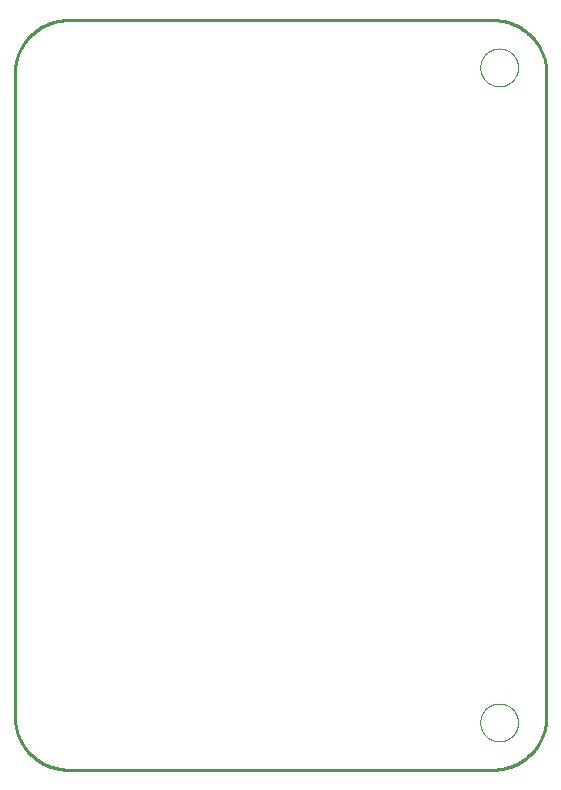
<source format=gtp>
G75*
%MOIN*%
%OFA0B0*%
%FSLAX25Y25*%
%IPPOS*%
%LPD*%
%AMOC8*
5,1,8,0,0,1.08239X$1,22.5*
%
%ADD10C,0.00000*%
%ADD11C,0.01000*%
D10*
X0191787Y0023322D02*
X0191789Y0023480D01*
X0191795Y0023638D01*
X0191805Y0023796D01*
X0191819Y0023954D01*
X0191837Y0024111D01*
X0191858Y0024268D01*
X0191884Y0024424D01*
X0191914Y0024580D01*
X0191947Y0024735D01*
X0191985Y0024888D01*
X0192026Y0025041D01*
X0192071Y0025193D01*
X0192120Y0025344D01*
X0192173Y0025493D01*
X0192229Y0025641D01*
X0192289Y0025787D01*
X0192353Y0025932D01*
X0192421Y0026075D01*
X0192492Y0026217D01*
X0192566Y0026357D01*
X0192644Y0026494D01*
X0192726Y0026630D01*
X0192810Y0026764D01*
X0192899Y0026895D01*
X0192990Y0027024D01*
X0193085Y0027151D01*
X0193182Y0027276D01*
X0193283Y0027398D01*
X0193387Y0027517D01*
X0193494Y0027634D01*
X0193604Y0027748D01*
X0193717Y0027859D01*
X0193832Y0027968D01*
X0193950Y0028073D01*
X0194071Y0028175D01*
X0194194Y0028275D01*
X0194320Y0028371D01*
X0194448Y0028464D01*
X0194578Y0028554D01*
X0194711Y0028640D01*
X0194846Y0028724D01*
X0194982Y0028803D01*
X0195121Y0028880D01*
X0195262Y0028952D01*
X0195404Y0029022D01*
X0195548Y0029087D01*
X0195694Y0029149D01*
X0195841Y0029207D01*
X0195990Y0029262D01*
X0196140Y0029313D01*
X0196291Y0029360D01*
X0196443Y0029403D01*
X0196596Y0029442D01*
X0196751Y0029478D01*
X0196906Y0029509D01*
X0197062Y0029537D01*
X0197218Y0029561D01*
X0197375Y0029581D01*
X0197533Y0029597D01*
X0197690Y0029609D01*
X0197849Y0029617D01*
X0198007Y0029621D01*
X0198165Y0029621D01*
X0198323Y0029617D01*
X0198482Y0029609D01*
X0198639Y0029597D01*
X0198797Y0029581D01*
X0198954Y0029561D01*
X0199110Y0029537D01*
X0199266Y0029509D01*
X0199421Y0029478D01*
X0199576Y0029442D01*
X0199729Y0029403D01*
X0199881Y0029360D01*
X0200032Y0029313D01*
X0200182Y0029262D01*
X0200331Y0029207D01*
X0200478Y0029149D01*
X0200624Y0029087D01*
X0200768Y0029022D01*
X0200910Y0028952D01*
X0201051Y0028880D01*
X0201190Y0028803D01*
X0201326Y0028724D01*
X0201461Y0028640D01*
X0201594Y0028554D01*
X0201724Y0028464D01*
X0201852Y0028371D01*
X0201978Y0028275D01*
X0202101Y0028175D01*
X0202222Y0028073D01*
X0202340Y0027968D01*
X0202455Y0027859D01*
X0202568Y0027748D01*
X0202678Y0027634D01*
X0202785Y0027517D01*
X0202889Y0027398D01*
X0202990Y0027276D01*
X0203087Y0027151D01*
X0203182Y0027024D01*
X0203273Y0026895D01*
X0203362Y0026764D01*
X0203446Y0026630D01*
X0203528Y0026494D01*
X0203606Y0026357D01*
X0203680Y0026217D01*
X0203751Y0026075D01*
X0203819Y0025932D01*
X0203883Y0025787D01*
X0203943Y0025641D01*
X0203999Y0025493D01*
X0204052Y0025344D01*
X0204101Y0025193D01*
X0204146Y0025041D01*
X0204187Y0024888D01*
X0204225Y0024735D01*
X0204258Y0024580D01*
X0204288Y0024424D01*
X0204314Y0024268D01*
X0204335Y0024111D01*
X0204353Y0023954D01*
X0204367Y0023796D01*
X0204377Y0023638D01*
X0204383Y0023480D01*
X0204385Y0023322D01*
X0204383Y0023164D01*
X0204377Y0023006D01*
X0204367Y0022848D01*
X0204353Y0022690D01*
X0204335Y0022533D01*
X0204314Y0022376D01*
X0204288Y0022220D01*
X0204258Y0022064D01*
X0204225Y0021909D01*
X0204187Y0021756D01*
X0204146Y0021603D01*
X0204101Y0021451D01*
X0204052Y0021300D01*
X0203999Y0021151D01*
X0203943Y0021003D01*
X0203883Y0020857D01*
X0203819Y0020712D01*
X0203751Y0020569D01*
X0203680Y0020427D01*
X0203606Y0020287D01*
X0203528Y0020150D01*
X0203446Y0020014D01*
X0203362Y0019880D01*
X0203273Y0019749D01*
X0203182Y0019620D01*
X0203087Y0019493D01*
X0202990Y0019368D01*
X0202889Y0019246D01*
X0202785Y0019127D01*
X0202678Y0019010D01*
X0202568Y0018896D01*
X0202455Y0018785D01*
X0202340Y0018676D01*
X0202222Y0018571D01*
X0202101Y0018469D01*
X0201978Y0018369D01*
X0201852Y0018273D01*
X0201724Y0018180D01*
X0201594Y0018090D01*
X0201461Y0018004D01*
X0201326Y0017920D01*
X0201190Y0017841D01*
X0201051Y0017764D01*
X0200910Y0017692D01*
X0200768Y0017622D01*
X0200624Y0017557D01*
X0200478Y0017495D01*
X0200331Y0017437D01*
X0200182Y0017382D01*
X0200032Y0017331D01*
X0199881Y0017284D01*
X0199729Y0017241D01*
X0199576Y0017202D01*
X0199421Y0017166D01*
X0199266Y0017135D01*
X0199110Y0017107D01*
X0198954Y0017083D01*
X0198797Y0017063D01*
X0198639Y0017047D01*
X0198482Y0017035D01*
X0198323Y0017027D01*
X0198165Y0017023D01*
X0198007Y0017023D01*
X0197849Y0017027D01*
X0197690Y0017035D01*
X0197533Y0017047D01*
X0197375Y0017063D01*
X0197218Y0017083D01*
X0197062Y0017107D01*
X0196906Y0017135D01*
X0196751Y0017166D01*
X0196596Y0017202D01*
X0196443Y0017241D01*
X0196291Y0017284D01*
X0196140Y0017331D01*
X0195990Y0017382D01*
X0195841Y0017437D01*
X0195694Y0017495D01*
X0195548Y0017557D01*
X0195404Y0017622D01*
X0195262Y0017692D01*
X0195121Y0017764D01*
X0194982Y0017841D01*
X0194846Y0017920D01*
X0194711Y0018004D01*
X0194578Y0018090D01*
X0194448Y0018180D01*
X0194320Y0018273D01*
X0194194Y0018369D01*
X0194071Y0018469D01*
X0193950Y0018571D01*
X0193832Y0018676D01*
X0193717Y0018785D01*
X0193604Y0018896D01*
X0193494Y0019010D01*
X0193387Y0019127D01*
X0193283Y0019246D01*
X0193182Y0019368D01*
X0193085Y0019493D01*
X0192990Y0019620D01*
X0192899Y0019749D01*
X0192810Y0019880D01*
X0192726Y0020014D01*
X0192644Y0020150D01*
X0192566Y0020287D01*
X0192492Y0020427D01*
X0192421Y0020569D01*
X0192353Y0020712D01*
X0192289Y0020857D01*
X0192229Y0021003D01*
X0192173Y0021151D01*
X0192120Y0021300D01*
X0192071Y0021451D01*
X0192026Y0021603D01*
X0191985Y0021756D01*
X0191947Y0021909D01*
X0191914Y0022064D01*
X0191884Y0022220D01*
X0191858Y0022376D01*
X0191837Y0022533D01*
X0191819Y0022690D01*
X0191805Y0022848D01*
X0191795Y0023006D01*
X0191789Y0023164D01*
X0191787Y0023322D01*
X0191787Y0241669D02*
X0191789Y0241827D01*
X0191795Y0241985D01*
X0191805Y0242143D01*
X0191819Y0242301D01*
X0191837Y0242458D01*
X0191858Y0242615D01*
X0191884Y0242771D01*
X0191914Y0242927D01*
X0191947Y0243082D01*
X0191985Y0243235D01*
X0192026Y0243388D01*
X0192071Y0243540D01*
X0192120Y0243691D01*
X0192173Y0243840D01*
X0192229Y0243988D01*
X0192289Y0244134D01*
X0192353Y0244279D01*
X0192421Y0244422D01*
X0192492Y0244564D01*
X0192566Y0244704D01*
X0192644Y0244841D01*
X0192726Y0244977D01*
X0192810Y0245111D01*
X0192899Y0245242D01*
X0192990Y0245371D01*
X0193085Y0245498D01*
X0193182Y0245623D01*
X0193283Y0245745D01*
X0193387Y0245864D01*
X0193494Y0245981D01*
X0193604Y0246095D01*
X0193717Y0246206D01*
X0193832Y0246315D01*
X0193950Y0246420D01*
X0194071Y0246522D01*
X0194194Y0246622D01*
X0194320Y0246718D01*
X0194448Y0246811D01*
X0194578Y0246901D01*
X0194711Y0246987D01*
X0194846Y0247071D01*
X0194982Y0247150D01*
X0195121Y0247227D01*
X0195262Y0247299D01*
X0195404Y0247369D01*
X0195548Y0247434D01*
X0195694Y0247496D01*
X0195841Y0247554D01*
X0195990Y0247609D01*
X0196140Y0247660D01*
X0196291Y0247707D01*
X0196443Y0247750D01*
X0196596Y0247789D01*
X0196751Y0247825D01*
X0196906Y0247856D01*
X0197062Y0247884D01*
X0197218Y0247908D01*
X0197375Y0247928D01*
X0197533Y0247944D01*
X0197690Y0247956D01*
X0197849Y0247964D01*
X0198007Y0247968D01*
X0198165Y0247968D01*
X0198323Y0247964D01*
X0198482Y0247956D01*
X0198639Y0247944D01*
X0198797Y0247928D01*
X0198954Y0247908D01*
X0199110Y0247884D01*
X0199266Y0247856D01*
X0199421Y0247825D01*
X0199576Y0247789D01*
X0199729Y0247750D01*
X0199881Y0247707D01*
X0200032Y0247660D01*
X0200182Y0247609D01*
X0200331Y0247554D01*
X0200478Y0247496D01*
X0200624Y0247434D01*
X0200768Y0247369D01*
X0200910Y0247299D01*
X0201051Y0247227D01*
X0201190Y0247150D01*
X0201326Y0247071D01*
X0201461Y0246987D01*
X0201594Y0246901D01*
X0201724Y0246811D01*
X0201852Y0246718D01*
X0201978Y0246622D01*
X0202101Y0246522D01*
X0202222Y0246420D01*
X0202340Y0246315D01*
X0202455Y0246206D01*
X0202568Y0246095D01*
X0202678Y0245981D01*
X0202785Y0245864D01*
X0202889Y0245745D01*
X0202990Y0245623D01*
X0203087Y0245498D01*
X0203182Y0245371D01*
X0203273Y0245242D01*
X0203362Y0245111D01*
X0203446Y0244977D01*
X0203528Y0244841D01*
X0203606Y0244704D01*
X0203680Y0244564D01*
X0203751Y0244422D01*
X0203819Y0244279D01*
X0203883Y0244134D01*
X0203943Y0243988D01*
X0203999Y0243840D01*
X0204052Y0243691D01*
X0204101Y0243540D01*
X0204146Y0243388D01*
X0204187Y0243235D01*
X0204225Y0243082D01*
X0204258Y0242927D01*
X0204288Y0242771D01*
X0204314Y0242615D01*
X0204335Y0242458D01*
X0204353Y0242301D01*
X0204367Y0242143D01*
X0204377Y0241985D01*
X0204383Y0241827D01*
X0204385Y0241669D01*
X0204383Y0241511D01*
X0204377Y0241353D01*
X0204367Y0241195D01*
X0204353Y0241037D01*
X0204335Y0240880D01*
X0204314Y0240723D01*
X0204288Y0240567D01*
X0204258Y0240411D01*
X0204225Y0240256D01*
X0204187Y0240103D01*
X0204146Y0239950D01*
X0204101Y0239798D01*
X0204052Y0239647D01*
X0203999Y0239498D01*
X0203943Y0239350D01*
X0203883Y0239204D01*
X0203819Y0239059D01*
X0203751Y0238916D01*
X0203680Y0238774D01*
X0203606Y0238634D01*
X0203528Y0238497D01*
X0203446Y0238361D01*
X0203362Y0238227D01*
X0203273Y0238096D01*
X0203182Y0237967D01*
X0203087Y0237840D01*
X0202990Y0237715D01*
X0202889Y0237593D01*
X0202785Y0237474D01*
X0202678Y0237357D01*
X0202568Y0237243D01*
X0202455Y0237132D01*
X0202340Y0237023D01*
X0202222Y0236918D01*
X0202101Y0236816D01*
X0201978Y0236716D01*
X0201852Y0236620D01*
X0201724Y0236527D01*
X0201594Y0236437D01*
X0201461Y0236351D01*
X0201326Y0236267D01*
X0201190Y0236188D01*
X0201051Y0236111D01*
X0200910Y0236039D01*
X0200768Y0235969D01*
X0200624Y0235904D01*
X0200478Y0235842D01*
X0200331Y0235784D01*
X0200182Y0235729D01*
X0200032Y0235678D01*
X0199881Y0235631D01*
X0199729Y0235588D01*
X0199576Y0235549D01*
X0199421Y0235513D01*
X0199266Y0235482D01*
X0199110Y0235454D01*
X0198954Y0235430D01*
X0198797Y0235410D01*
X0198639Y0235394D01*
X0198482Y0235382D01*
X0198323Y0235374D01*
X0198165Y0235370D01*
X0198007Y0235370D01*
X0197849Y0235374D01*
X0197690Y0235382D01*
X0197533Y0235394D01*
X0197375Y0235410D01*
X0197218Y0235430D01*
X0197062Y0235454D01*
X0196906Y0235482D01*
X0196751Y0235513D01*
X0196596Y0235549D01*
X0196443Y0235588D01*
X0196291Y0235631D01*
X0196140Y0235678D01*
X0195990Y0235729D01*
X0195841Y0235784D01*
X0195694Y0235842D01*
X0195548Y0235904D01*
X0195404Y0235969D01*
X0195262Y0236039D01*
X0195121Y0236111D01*
X0194982Y0236188D01*
X0194846Y0236267D01*
X0194711Y0236351D01*
X0194578Y0236437D01*
X0194448Y0236527D01*
X0194320Y0236620D01*
X0194194Y0236716D01*
X0194071Y0236816D01*
X0193950Y0236918D01*
X0193832Y0237023D01*
X0193717Y0237132D01*
X0193604Y0237243D01*
X0193494Y0237357D01*
X0193387Y0237474D01*
X0193283Y0237593D01*
X0193182Y0237715D01*
X0193085Y0237840D01*
X0192990Y0237967D01*
X0192899Y0238096D01*
X0192810Y0238227D01*
X0192726Y0238361D01*
X0192644Y0238497D01*
X0192566Y0238634D01*
X0192492Y0238774D01*
X0192421Y0238916D01*
X0192353Y0239059D01*
X0192289Y0239204D01*
X0192229Y0239350D01*
X0192173Y0239498D01*
X0192120Y0239647D01*
X0192071Y0239798D01*
X0192026Y0239950D01*
X0191985Y0240103D01*
X0191947Y0240256D01*
X0191914Y0240411D01*
X0191884Y0240567D01*
X0191858Y0240723D01*
X0191837Y0240880D01*
X0191819Y0241037D01*
X0191805Y0241195D01*
X0191795Y0241353D01*
X0191789Y0241511D01*
X0191787Y0241669D01*
D11*
X0036669Y0239700D02*
X0036669Y0025291D01*
X0036668Y0025291D02*
X0036673Y0024863D01*
X0036689Y0024435D01*
X0036715Y0024008D01*
X0036751Y0023581D01*
X0036797Y0023155D01*
X0036854Y0022731D01*
X0036921Y0022308D01*
X0036998Y0021887D01*
X0037085Y0021468D01*
X0037183Y0021051D01*
X0037290Y0020637D01*
X0037408Y0020225D01*
X0037535Y0019816D01*
X0037672Y0019411D01*
X0037819Y0019008D01*
X0037976Y0018610D01*
X0038142Y0018215D01*
X0038318Y0017825D01*
X0038503Y0017439D01*
X0038697Y0017057D01*
X0038901Y0016681D01*
X0039113Y0016309D01*
X0039335Y0015943D01*
X0039565Y0015582D01*
X0039804Y0015227D01*
X0040052Y0014877D01*
X0040307Y0014534D01*
X0040572Y0014197D01*
X0040844Y0013866D01*
X0041124Y0013542D01*
X0041411Y0013225D01*
X0041707Y0012915D01*
X0042009Y0012613D01*
X0042319Y0012317D01*
X0042636Y0012030D01*
X0042960Y0011750D01*
X0043291Y0011478D01*
X0043628Y0011213D01*
X0043971Y0010958D01*
X0044321Y0010710D01*
X0044676Y0010471D01*
X0045037Y0010241D01*
X0045403Y0010019D01*
X0045775Y0009807D01*
X0046151Y0009603D01*
X0046533Y0009409D01*
X0046919Y0009224D01*
X0047309Y0009048D01*
X0047704Y0008882D01*
X0048102Y0008725D01*
X0048505Y0008578D01*
X0048910Y0008441D01*
X0049319Y0008314D01*
X0049731Y0008196D01*
X0050145Y0008089D01*
X0050562Y0007991D01*
X0050981Y0007904D01*
X0051402Y0007827D01*
X0051825Y0007760D01*
X0052249Y0007703D01*
X0052675Y0007657D01*
X0053102Y0007621D01*
X0053529Y0007595D01*
X0053957Y0007579D01*
X0054385Y0007574D01*
X0196118Y0007574D01*
X0196546Y0007579D01*
X0196974Y0007595D01*
X0197401Y0007621D01*
X0197828Y0007657D01*
X0198254Y0007703D01*
X0198678Y0007760D01*
X0199101Y0007827D01*
X0199522Y0007904D01*
X0199941Y0007991D01*
X0200358Y0008089D01*
X0200772Y0008196D01*
X0201184Y0008314D01*
X0201593Y0008441D01*
X0201998Y0008578D01*
X0202401Y0008725D01*
X0202799Y0008882D01*
X0203194Y0009048D01*
X0203584Y0009224D01*
X0203970Y0009409D01*
X0204352Y0009603D01*
X0204728Y0009807D01*
X0205100Y0010019D01*
X0205466Y0010241D01*
X0205827Y0010471D01*
X0206182Y0010710D01*
X0206532Y0010958D01*
X0206875Y0011213D01*
X0207212Y0011478D01*
X0207543Y0011750D01*
X0207867Y0012030D01*
X0208184Y0012317D01*
X0208494Y0012613D01*
X0208796Y0012915D01*
X0209092Y0013225D01*
X0209379Y0013542D01*
X0209659Y0013866D01*
X0209931Y0014197D01*
X0210196Y0014534D01*
X0210451Y0014877D01*
X0210699Y0015227D01*
X0210938Y0015582D01*
X0211168Y0015943D01*
X0211390Y0016309D01*
X0211602Y0016681D01*
X0211806Y0017057D01*
X0212000Y0017439D01*
X0212185Y0017825D01*
X0212361Y0018215D01*
X0212527Y0018610D01*
X0212684Y0019008D01*
X0212831Y0019411D01*
X0212968Y0019816D01*
X0213095Y0020225D01*
X0213213Y0020637D01*
X0213320Y0021051D01*
X0213418Y0021468D01*
X0213505Y0021887D01*
X0213582Y0022308D01*
X0213649Y0022731D01*
X0213706Y0023155D01*
X0213752Y0023581D01*
X0213788Y0024008D01*
X0213814Y0024435D01*
X0213830Y0024863D01*
X0213835Y0025291D01*
X0213834Y0025291D02*
X0213834Y0239700D01*
X0213835Y0239700D02*
X0213830Y0240128D01*
X0213814Y0240556D01*
X0213788Y0240983D01*
X0213752Y0241410D01*
X0213706Y0241836D01*
X0213649Y0242260D01*
X0213582Y0242683D01*
X0213505Y0243104D01*
X0213418Y0243523D01*
X0213320Y0243940D01*
X0213213Y0244354D01*
X0213095Y0244766D01*
X0212968Y0245175D01*
X0212831Y0245580D01*
X0212684Y0245983D01*
X0212527Y0246381D01*
X0212361Y0246776D01*
X0212185Y0247166D01*
X0212000Y0247552D01*
X0211806Y0247934D01*
X0211602Y0248310D01*
X0211390Y0248682D01*
X0211168Y0249048D01*
X0210938Y0249409D01*
X0210699Y0249764D01*
X0210451Y0250114D01*
X0210196Y0250457D01*
X0209931Y0250794D01*
X0209659Y0251125D01*
X0209379Y0251449D01*
X0209092Y0251766D01*
X0208796Y0252076D01*
X0208494Y0252378D01*
X0208184Y0252674D01*
X0207867Y0252961D01*
X0207543Y0253241D01*
X0207212Y0253513D01*
X0206875Y0253778D01*
X0206532Y0254033D01*
X0206182Y0254281D01*
X0205827Y0254520D01*
X0205466Y0254750D01*
X0205100Y0254972D01*
X0204728Y0255184D01*
X0204352Y0255388D01*
X0203970Y0255582D01*
X0203584Y0255767D01*
X0203194Y0255943D01*
X0202799Y0256109D01*
X0202401Y0256266D01*
X0201998Y0256413D01*
X0201593Y0256550D01*
X0201184Y0256677D01*
X0200772Y0256795D01*
X0200358Y0256902D01*
X0199941Y0257000D01*
X0199522Y0257087D01*
X0199101Y0257164D01*
X0198678Y0257231D01*
X0198254Y0257288D01*
X0197828Y0257334D01*
X0197401Y0257370D01*
X0196974Y0257396D01*
X0196546Y0257412D01*
X0196118Y0257417D01*
X0054385Y0257417D01*
X0053957Y0257412D01*
X0053529Y0257396D01*
X0053102Y0257370D01*
X0052675Y0257334D01*
X0052249Y0257288D01*
X0051825Y0257231D01*
X0051402Y0257164D01*
X0050981Y0257087D01*
X0050562Y0257000D01*
X0050145Y0256902D01*
X0049731Y0256795D01*
X0049319Y0256677D01*
X0048910Y0256550D01*
X0048505Y0256413D01*
X0048102Y0256266D01*
X0047704Y0256109D01*
X0047309Y0255943D01*
X0046919Y0255767D01*
X0046533Y0255582D01*
X0046151Y0255388D01*
X0045775Y0255184D01*
X0045403Y0254972D01*
X0045037Y0254750D01*
X0044676Y0254520D01*
X0044321Y0254281D01*
X0043971Y0254033D01*
X0043628Y0253778D01*
X0043291Y0253513D01*
X0042960Y0253241D01*
X0042636Y0252961D01*
X0042319Y0252674D01*
X0042009Y0252378D01*
X0041707Y0252076D01*
X0041411Y0251766D01*
X0041124Y0251449D01*
X0040844Y0251125D01*
X0040572Y0250794D01*
X0040307Y0250457D01*
X0040052Y0250114D01*
X0039804Y0249764D01*
X0039565Y0249409D01*
X0039335Y0249048D01*
X0039113Y0248682D01*
X0038901Y0248310D01*
X0038697Y0247934D01*
X0038503Y0247552D01*
X0038318Y0247166D01*
X0038142Y0246776D01*
X0037976Y0246381D01*
X0037819Y0245983D01*
X0037672Y0245580D01*
X0037535Y0245175D01*
X0037408Y0244766D01*
X0037290Y0244354D01*
X0037183Y0243940D01*
X0037085Y0243523D01*
X0036998Y0243104D01*
X0036921Y0242683D01*
X0036854Y0242260D01*
X0036797Y0241836D01*
X0036751Y0241410D01*
X0036715Y0240983D01*
X0036689Y0240556D01*
X0036673Y0240128D01*
X0036668Y0239700D01*
M02*

</source>
